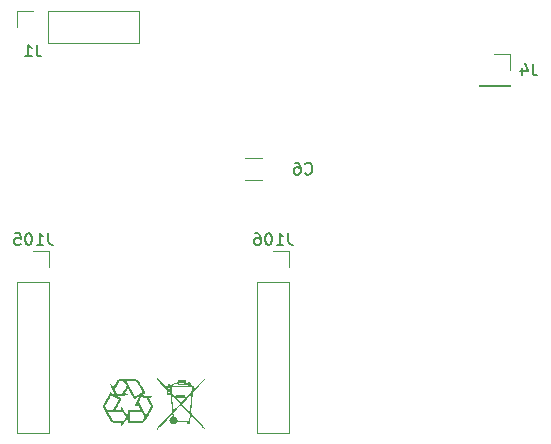
<source format=gbr>
%TF.GenerationSoftware,KiCad,Pcbnew,7.0.9*%
%TF.CreationDate,2024-04-08T13:50:44+02:00*%
%TF.ProjectId,Test_1,54657374-5f31-42e6-9b69-6361645f7063,rev?*%
%TF.SameCoordinates,Original*%
%TF.FileFunction,Legend,Bot*%
%TF.FilePolarity,Positive*%
%FSLAX46Y46*%
G04 Gerber Fmt 4.6, Leading zero omitted, Abs format (unit mm)*
G04 Created by KiCad (PCBNEW 7.0.9) date 2024-04-08 13:50:44*
%MOMM*%
%LPD*%
G01*
G04 APERTURE LIST*
%ADD10C,0.150000*%
%ADD11C,0.120000*%
G04 APERTURE END LIST*
D10*
X101766666Y-133559580D02*
X101814285Y-133607200D01*
X101814285Y-133607200D02*
X101957142Y-133654819D01*
X101957142Y-133654819D02*
X102052380Y-133654819D01*
X102052380Y-133654819D02*
X102195237Y-133607200D01*
X102195237Y-133607200D02*
X102290475Y-133511961D01*
X102290475Y-133511961D02*
X102338094Y-133416723D01*
X102338094Y-133416723D02*
X102385713Y-133226247D01*
X102385713Y-133226247D02*
X102385713Y-133083390D01*
X102385713Y-133083390D02*
X102338094Y-132892914D01*
X102338094Y-132892914D02*
X102290475Y-132797676D01*
X102290475Y-132797676D02*
X102195237Y-132702438D01*
X102195237Y-132702438D02*
X102052380Y-132654819D01*
X102052380Y-132654819D02*
X101957142Y-132654819D01*
X101957142Y-132654819D02*
X101814285Y-132702438D01*
X101814285Y-132702438D02*
X101766666Y-132750057D01*
X100909523Y-132654819D02*
X101099999Y-132654819D01*
X101099999Y-132654819D02*
X101195237Y-132702438D01*
X101195237Y-132702438D02*
X101242856Y-132750057D01*
X101242856Y-132750057D02*
X101338094Y-132892914D01*
X101338094Y-132892914D02*
X101385713Y-133083390D01*
X101385713Y-133083390D02*
X101385713Y-133464342D01*
X101385713Y-133464342D02*
X101338094Y-133559580D01*
X101338094Y-133559580D02*
X101290475Y-133607200D01*
X101290475Y-133607200D02*
X101195237Y-133654819D01*
X101195237Y-133654819D02*
X101004761Y-133654819D01*
X101004761Y-133654819D02*
X100909523Y-133607200D01*
X100909523Y-133607200D02*
X100861904Y-133559580D01*
X100861904Y-133559580D02*
X100814285Y-133464342D01*
X100814285Y-133464342D02*
X100814285Y-133226247D01*
X100814285Y-133226247D02*
X100861904Y-133131009D01*
X100861904Y-133131009D02*
X100909523Y-133083390D01*
X100909523Y-133083390D02*
X101004761Y-133035771D01*
X101004761Y-133035771D02*
X101195237Y-133035771D01*
X101195237Y-133035771D02*
X101290475Y-133083390D01*
X101290475Y-133083390D02*
X101338094Y-133131009D01*
X101338094Y-133131009D02*
X101385713Y-133226247D01*
X79033333Y-122654819D02*
X79033333Y-123369104D01*
X79033333Y-123369104D02*
X79080952Y-123511961D01*
X79080952Y-123511961D02*
X79176190Y-123607200D01*
X79176190Y-123607200D02*
X79319047Y-123654819D01*
X79319047Y-123654819D02*
X79414285Y-123654819D01*
X78033333Y-123654819D02*
X78604761Y-123654819D01*
X78319047Y-123654819D02*
X78319047Y-122654819D01*
X78319047Y-122654819D02*
X78414285Y-122797676D01*
X78414285Y-122797676D02*
X78509523Y-122892914D01*
X78509523Y-122892914D02*
X78604761Y-122940533D01*
X100345714Y-138602819D02*
X100345714Y-139317104D01*
X100345714Y-139317104D02*
X100393333Y-139459961D01*
X100393333Y-139459961D02*
X100488571Y-139555200D01*
X100488571Y-139555200D02*
X100631428Y-139602819D01*
X100631428Y-139602819D02*
X100726666Y-139602819D01*
X99345714Y-139602819D02*
X99917142Y-139602819D01*
X99631428Y-139602819D02*
X99631428Y-138602819D01*
X99631428Y-138602819D02*
X99726666Y-138745676D01*
X99726666Y-138745676D02*
X99821904Y-138840914D01*
X99821904Y-138840914D02*
X99917142Y-138888533D01*
X98726666Y-138602819D02*
X98631428Y-138602819D01*
X98631428Y-138602819D02*
X98536190Y-138650438D01*
X98536190Y-138650438D02*
X98488571Y-138698057D01*
X98488571Y-138698057D02*
X98440952Y-138793295D01*
X98440952Y-138793295D02*
X98393333Y-138983771D01*
X98393333Y-138983771D02*
X98393333Y-139221866D01*
X98393333Y-139221866D02*
X98440952Y-139412342D01*
X98440952Y-139412342D02*
X98488571Y-139507580D01*
X98488571Y-139507580D02*
X98536190Y-139555200D01*
X98536190Y-139555200D02*
X98631428Y-139602819D01*
X98631428Y-139602819D02*
X98726666Y-139602819D01*
X98726666Y-139602819D02*
X98821904Y-139555200D01*
X98821904Y-139555200D02*
X98869523Y-139507580D01*
X98869523Y-139507580D02*
X98917142Y-139412342D01*
X98917142Y-139412342D02*
X98964761Y-139221866D01*
X98964761Y-139221866D02*
X98964761Y-138983771D01*
X98964761Y-138983771D02*
X98917142Y-138793295D01*
X98917142Y-138793295D02*
X98869523Y-138698057D01*
X98869523Y-138698057D02*
X98821904Y-138650438D01*
X98821904Y-138650438D02*
X98726666Y-138602819D01*
X97536190Y-138602819D02*
X97726666Y-138602819D01*
X97726666Y-138602819D02*
X97821904Y-138650438D01*
X97821904Y-138650438D02*
X97869523Y-138698057D01*
X97869523Y-138698057D02*
X97964761Y-138840914D01*
X97964761Y-138840914D02*
X98012380Y-139031390D01*
X98012380Y-139031390D02*
X98012380Y-139412342D01*
X98012380Y-139412342D02*
X97964761Y-139507580D01*
X97964761Y-139507580D02*
X97917142Y-139555200D01*
X97917142Y-139555200D02*
X97821904Y-139602819D01*
X97821904Y-139602819D02*
X97631428Y-139602819D01*
X97631428Y-139602819D02*
X97536190Y-139555200D01*
X97536190Y-139555200D02*
X97488571Y-139507580D01*
X97488571Y-139507580D02*
X97440952Y-139412342D01*
X97440952Y-139412342D02*
X97440952Y-139174247D01*
X97440952Y-139174247D02*
X97488571Y-139079009D01*
X97488571Y-139079009D02*
X97536190Y-139031390D01*
X97536190Y-139031390D02*
X97631428Y-138983771D01*
X97631428Y-138983771D02*
X97821904Y-138983771D01*
X97821904Y-138983771D02*
X97917142Y-139031390D01*
X97917142Y-139031390D02*
X97964761Y-139079009D01*
X97964761Y-139079009D02*
X98012380Y-139174247D01*
X121033333Y-124254819D02*
X121033333Y-124969104D01*
X121033333Y-124969104D02*
X121080952Y-125111961D01*
X121080952Y-125111961D02*
X121176190Y-125207200D01*
X121176190Y-125207200D02*
X121319047Y-125254819D01*
X121319047Y-125254819D02*
X121414285Y-125254819D01*
X120128571Y-124588152D02*
X120128571Y-125254819D01*
X120366666Y-124207200D02*
X120604761Y-124921485D01*
X120604761Y-124921485D02*
X119985714Y-124921485D01*
X80025714Y-138602819D02*
X80025714Y-139317104D01*
X80025714Y-139317104D02*
X80073333Y-139459961D01*
X80073333Y-139459961D02*
X80168571Y-139555200D01*
X80168571Y-139555200D02*
X80311428Y-139602819D01*
X80311428Y-139602819D02*
X80406666Y-139602819D01*
X79025714Y-139602819D02*
X79597142Y-139602819D01*
X79311428Y-139602819D02*
X79311428Y-138602819D01*
X79311428Y-138602819D02*
X79406666Y-138745676D01*
X79406666Y-138745676D02*
X79501904Y-138840914D01*
X79501904Y-138840914D02*
X79597142Y-138888533D01*
X78406666Y-138602819D02*
X78311428Y-138602819D01*
X78311428Y-138602819D02*
X78216190Y-138650438D01*
X78216190Y-138650438D02*
X78168571Y-138698057D01*
X78168571Y-138698057D02*
X78120952Y-138793295D01*
X78120952Y-138793295D02*
X78073333Y-138983771D01*
X78073333Y-138983771D02*
X78073333Y-139221866D01*
X78073333Y-139221866D02*
X78120952Y-139412342D01*
X78120952Y-139412342D02*
X78168571Y-139507580D01*
X78168571Y-139507580D02*
X78216190Y-139555200D01*
X78216190Y-139555200D02*
X78311428Y-139602819D01*
X78311428Y-139602819D02*
X78406666Y-139602819D01*
X78406666Y-139602819D02*
X78501904Y-139555200D01*
X78501904Y-139555200D02*
X78549523Y-139507580D01*
X78549523Y-139507580D02*
X78597142Y-139412342D01*
X78597142Y-139412342D02*
X78644761Y-139221866D01*
X78644761Y-139221866D02*
X78644761Y-138983771D01*
X78644761Y-138983771D02*
X78597142Y-138793295D01*
X78597142Y-138793295D02*
X78549523Y-138698057D01*
X78549523Y-138698057D02*
X78501904Y-138650438D01*
X78501904Y-138650438D02*
X78406666Y-138602819D01*
X77168571Y-138602819D02*
X77644761Y-138602819D01*
X77644761Y-138602819D02*
X77692380Y-139079009D01*
X77692380Y-139079009D02*
X77644761Y-139031390D01*
X77644761Y-139031390D02*
X77549523Y-138983771D01*
X77549523Y-138983771D02*
X77311428Y-138983771D01*
X77311428Y-138983771D02*
X77216190Y-139031390D01*
X77216190Y-139031390D02*
X77168571Y-139079009D01*
X77168571Y-139079009D02*
X77120952Y-139174247D01*
X77120952Y-139174247D02*
X77120952Y-139412342D01*
X77120952Y-139412342D02*
X77168571Y-139507580D01*
X77168571Y-139507580D02*
X77216190Y-139555200D01*
X77216190Y-139555200D02*
X77311428Y-139602819D01*
X77311428Y-139602819D02*
X77549523Y-139602819D01*
X77549523Y-139602819D02*
X77644761Y-139555200D01*
X77644761Y-139555200D02*
X77692380Y-139507580D01*
D11*
%TO.C,C6*%
X96688748Y-132290000D02*
X98111252Y-132290000D01*
X96688748Y-134110000D02*
X98111252Y-134110000D01*
%TO.C,J1*%
X87690000Y-119828000D02*
X87690000Y-122488000D01*
X80010000Y-119828000D02*
X87690000Y-119828000D01*
X80010000Y-119828000D02*
X80010000Y-122488000D01*
X78740000Y-119828000D02*
X77410000Y-119828000D01*
X77410000Y-119828000D02*
X77410000Y-121158000D01*
X80010000Y-122488000D02*
X87690000Y-122488000D01*
%TO.C,G\u002A\u002A\u002A*%
G36*
X88251437Y-152086223D02*
G01*
X88263454Y-152107464D01*
X88267982Y-152115758D01*
X88264457Y-152119998D01*
X88248706Y-152131614D01*
X88222075Y-152149102D01*
X88186431Y-152171280D01*
X88143644Y-152196963D01*
X88095580Y-152224969D01*
X88057059Y-152247209D01*
X88013039Y-152272917D01*
X87975730Y-152295038D01*
X87946998Y-152312452D01*
X87928709Y-152324039D01*
X87922728Y-152328681D01*
X87925498Y-152329277D01*
X87942263Y-152331753D01*
X87972910Y-152335876D01*
X88015958Y-152341458D01*
X88069921Y-152348312D01*
X88133319Y-152356250D01*
X88204666Y-152365084D01*
X88282480Y-152374626D01*
X88365278Y-152384689D01*
X88408562Y-152389942D01*
X88490116Y-152399926D01*
X88566511Y-152409388D01*
X88636170Y-152418127D01*
X88697517Y-152425941D01*
X88748975Y-152432629D01*
X88788968Y-152437989D01*
X88815921Y-152441820D01*
X88828257Y-152443919D01*
X88829996Y-152444393D01*
X88836017Y-152447111D01*
X88836712Y-152451263D01*
X88830595Y-152457931D01*
X88816180Y-152468202D01*
X88791980Y-152483160D01*
X88756508Y-152503890D01*
X88708279Y-152531477D01*
X88698723Y-152536931D01*
X88656253Y-152561483D01*
X88619496Y-152583234D01*
X88590580Y-152600892D01*
X88571633Y-152613160D01*
X88564782Y-152618746D01*
X88565244Y-152620082D01*
X88571796Y-152632712D01*
X88585306Y-152656975D01*
X88604755Y-152691094D01*
X88629127Y-152733294D01*
X88657403Y-152781798D01*
X88688566Y-152834830D01*
X88705296Y-152863216D01*
X88743589Y-152928590D01*
X88774595Y-152982629D01*
X88799114Y-153027249D01*
X88817944Y-153064366D01*
X88831885Y-153095895D01*
X88841737Y-153123755D01*
X88848297Y-153149859D01*
X88852367Y-153176125D01*
X88854744Y-153204469D01*
X88856227Y-153236806D01*
X88856369Y-153250452D01*
X88856774Y-153289527D01*
X88853371Y-153337957D01*
X88844906Y-153383176D01*
X88830343Y-153428365D01*
X88808652Y-153476708D01*
X88778798Y-153531388D01*
X88739748Y-153595586D01*
X88734867Y-153603737D01*
X88721905Y-153626053D01*
X88702504Y-153659827D01*
X88677569Y-153703472D01*
X88648005Y-153755400D01*
X88614716Y-153814024D01*
X88578608Y-153877754D01*
X88540586Y-153945005D01*
X88524585Y-153973333D01*
X88470006Y-154069838D01*
X88422502Y-154153528D01*
X88381363Y-154225514D01*
X88346993Y-154284976D01*
X88345877Y-154286906D01*
X88315336Y-154338814D01*
X88289028Y-154382350D01*
X88266245Y-154418624D01*
X88246275Y-154448747D01*
X88228410Y-154473828D01*
X88211938Y-154494979D01*
X88196149Y-154513311D01*
X88180334Y-154529933D01*
X88163783Y-154545957D01*
X88145785Y-154562493D01*
X88122869Y-154581547D01*
X88074438Y-154614659D01*
X88021181Y-154643965D01*
X87968361Y-154666708D01*
X87921238Y-154680131D01*
X87906006Y-154681601D01*
X87874856Y-154683046D01*
X87829358Y-154684341D01*
X87770527Y-154685475D01*
X87699377Y-154686432D01*
X87616920Y-154687200D01*
X87524173Y-154687766D01*
X87422147Y-154688115D01*
X87311858Y-154688234D01*
X86746399Y-154688234D01*
X86744223Y-154481796D01*
X86742046Y-154275358D01*
X86460730Y-154648869D01*
X86419663Y-154703310D01*
X86370182Y-154768667D01*
X86324262Y-154829058D01*
X86282793Y-154883330D01*
X86246663Y-154930326D01*
X86216759Y-154968893D01*
X86193972Y-154997875D01*
X86179189Y-155016118D01*
X86173298Y-155022466D01*
X86172771Y-155021848D01*
X86170992Y-155010000D01*
X86169456Y-154984915D01*
X86168251Y-154948995D01*
X86167464Y-154904641D01*
X86167183Y-154854254D01*
X86167183Y-154685956D01*
X85916444Y-154691791D01*
X85872794Y-154692750D01*
X85797053Y-154693955D01*
X85734389Y-154694013D01*
X85682663Y-154692677D01*
X85639736Y-154689699D01*
X85603470Y-154684831D01*
X85571727Y-154677827D01*
X85542366Y-154668437D01*
X85513251Y-154656416D01*
X85482241Y-154641514D01*
X85449089Y-154623262D01*
X85405592Y-154592905D01*
X85365587Y-154555886D01*
X85327030Y-154509965D01*
X85287880Y-154452902D01*
X85246094Y-154382456D01*
X85233279Y-154359829D01*
X85207729Y-154315254D01*
X85176442Y-154261133D01*
X85140991Y-154200170D01*
X85102953Y-154135072D01*
X85063901Y-154068544D01*
X85025410Y-154003290D01*
X84994301Y-153950673D01*
X84941117Y-153860535D01*
X84895332Y-153782563D01*
X84879043Y-153754591D01*
X85085539Y-153754591D01*
X85087492Y-153758321D01*
X85096575Y-153774192D01*
X85112048Y-153800778D01*
X85132799Y-153836178D01*
X85157718Y-153878495D01*
X85185694Y-153925827D01*
X85190015Y-153933129D01*
X85226240Y-153994611D01*
X85265983Y-154062449D01*
X85306276Y-154131553D01*
X85344148Y-154196832D01*
X85376633Y-154253197D01*
X85395583Y-154285995D01*
X85427814Y-154339968D01*
X85455219Y-154382414D01*
X85479492Y-154415324D01*
X85502325Y-154440689D01*
X85525411Y-154460502D01*
X85550441Y-154476753D01*
X85579110Y-154491434D01*
X85624936Y-154512921D01*
X85981406Y-154515206D01*
X86337876Y-154517490D01*
X86480267Y-154327802D01*
X86483742Y-154323168D01*
X86521540Y-154272162D01*
X86554399Y-154226711D01*
X86581312Y-154188282D01*
X86601270Y-154158345D01*
X86613263Y-154138368D01*
X86616283Y-154129819D01*
X86917359Y-154129819D01*
X86917359Y-154137833D01*
X86917359Y-154516998D01*
X87380104Y-154516315D01*
X87442413Y-154516204D01*
X87539030Y-154515910D01*
X87621437Y-154515418D01*
X87690970Y-154514652D01*
X87748962Y-154513532D01*
X87796747Y-154511982D01*
X87835660Y-154509922D01*
X87867033Y-154507274D01*
X87892203Y-154503961D01*
X87912502Y-154499904D01*
X87929264Y-154495025D01*
X87943825Y-154489246D01*
X87957517Y-154482489D01*
X87966321Y-154477408D01*
X88000158Y-154452520D01*
X88037358Y-154418589D01*
X88074002Y-154379406D01*
X88106173Y-154338757D01*
X88144550Y-154284976D01*
X88144550Y-154215482D01*
X88143934Y-154185496D01*
X88141238Y-154155324D01*
X88135527Y-154126141D01*
X88125873Y-154095470D01*
X88111344Y-154060837D01*
X88091012Y-154019768D01*
X88063947Y-153969787D01*
X88029220Y-153908419D01*
X87943480Y-153758668D01*
X87430420Y-153758668D01*
X86917359Y-153758668D01*
X86917359Y-154129819D01*
X86616283Y-154129819D01*
X86616080Y-154129554D01*
X86608846Y-154119952D01*
X86593280Y-154099219D01*
X86570702Y-154069117D01*
X86542432Y-154031405D01*
X86509791Y-153987845D01*
X86474098Y-153940196D01*
X86338288Y-153758868D01*
X85712527Y-153756729D01*
X85694696Y-153756668D01*
X85596002Y-153756331D01*
X85502372Y-153756011D01*
X85415054Y-153755713D01*
X85335299Y-153755441D01*
X85264355Y-153755199D01*
X85203472Y-153754991D01*
X85153899Y-153754822D01*
X85116887Y-153754696D01*
X85093683Y-153754618D01*
X85085539Y-153754591D01*
X84879043Y-153754591D01*
X84856312Y-153715557D01*
X84823422Y-153658315D01*
X84796029Y-153609636D01*
X84773497Y-153568318D01*
X84755194Y-153533161D01*
X84740485Y-153502963D01*
X84728736Y-153476523D01*
X84719312Y-153452639D01*
X84711580Y-153430110D01*
X84704905Y-153407735D01*
X84698653Y-153384314D01*
X84697917Y-153381382D01*
X84689584Y-153335613D01*
X84684633Y-153283309D01*
X84683628Y-153245285D01*
X84854640Y-153245285D01*
X84854879Y-153255976D01*
X84861163Y-153303350D01*
X84874568Y-153356373D01*
X84893235Y-153409557D01*
X84915309Y-153457413D01*
X84938932Y-153494452D01*
X84949003Y-153505076D01*
X84979989Y-153527847D01*
X85020350Y-153549202D01*
X85065459Y-153566873D01*
X85110687Y-153578594D01*
X85111189Y-153578684D01*
X85135078Y-153581428D01*
X85171670Y-153583783D01*
X85217467Y-153585610D01*
X85268973Y-153586767D01*
X85322693Y-153587115D01*
X85486316Y-153586798D01*
X85489469Y-153581316D01*
X85694596Y-153581316D01*
X85695110Y-153581729D01*
X85706714Y-153583253D01*
X85732081Y-153584618D01*
X85769188Y-153585770D01*
X85816011Y-153586658D01*
X85870528Y-153587230D01*
X85930714Y-153587432D01*
X86167183Y-153587432D01*
X86167183Y-153419593D01*
X86167184Y-153416504D01*
X86167569Y-153362151D01*
X86168594Y-153316994D01*
X86170178Y-153282811D01*
X86172241Y-153261378D01*
X86174700Y-153254473D01*
X86178817Y-153258875D01*
X86192094Y-153275221D01*
X86213558Y-153302523D01*
X86242314Y-153339618D01*
X86277468Y-153385342D01*
X86318124Y-153438531D01*
X86363390Y-153498020D01*
X86412370Y-153562646D01*
X86464171Y-153631244D01*
X86746123Y-154005296D01*
X86746123Y-153796364D01*
X86746123Y-153587432D01*
X87292448Y-153587432D01*
X87340335Y-153587414D01*
X87430719Y-153587284D01*
X87515465Y-153587037D01*
X87593238Y-153586682D01*
X87662705Y-153586231D01*
X87722533Y-153585695D01*
X87771387Y-153585085D01*
X87807934Y-153584413D01*
X87830840Y-153583688D01*
X87838772Y-153582922D01*
X87835692Y-153576819D01*
X87825642Y-153558502D01*
X87809811Y-153530151D01*
X87789434Y-153493938D01*
X87765747Y-153452036D01*
X87739986Y-153406617D01*
X87713388Y-153359854D01*
X87687187Y-153313919D01*
X87662620Y-153270984D01*
X87640922Y-153233222D01*
X87623330Y-153202806D01*
X87611079Y-153181908D01*
X87605405Y-153172700D01*
X87604832Y-153172714D01*
X87594382Y-153177537D01*
X87572508Y-153189161D01*
X87541337Y-153206414D01*
X87502994Y-153228122D01*
X87459607Y-153253114D01*
X87448891Y-153259320D01*
X87406417Y-153283619D01*
X87369413Y-153304319D01*
X87340023Y-153320251D01*
X87320395Y-153330246D01*
X87312674Y-153333137D01*
X87312784Y-153331992D01*
X87317458Y-153318615D01*
X87328610Y-153290305D01*
X87346233Y-153247084D01*
X87370318Y-153188972D01*
X87400855Y-153115991D01*
X87437836Y-153028162D01*
X87478256Y-152932587D01*
X87670380Y-152932587D01*
X87950929Y-153416976D01*
X87974880Y-153458365D01*
X88022270Y-153540483D01*
X88046673Y-153582922D01*
X88067556Y-153619240D01*
X88109975Y-153693295D01*
X88148765Y-153761306D01*
X88183164Y-153821931D01*
X88212409Y-153873829D01*
X88235738Y-153915657D01*
X88252388Y-153946073D01*
X88261597Y-153963737D01*
X88291716Y-154026110D01*
X88409416Y-153816964D01*
X88440581Y-153761768D01*
X88475729Y-153699893D01*
X88510336Y-153639318D01*
X88542549Y-153583278D01*
X88570514Y-153535006D01*
X88592377Y-153497737D01*
X88602815Y-153479923D01*
X88626182Y-153438570D01*
X88646775Y-153400185D01*
X88662672Y-153368409D01*
X88671951Y-153346886D01*
X88681270Y-153311260D01*
X88685818Y-153250452D01*
X88678052Y-153188357D01*
X88672712Y-153175268D01*
X88660006Y-153149807D01*
X88641059Y-153114056D01*
X88616953Y-153069898D01*
X88588771Y-153019212D01*
X88557595Y-152963881D01*
X88524505Y-152905784D01*
X88490586Y-152846804D01*
X88456917Y-152788821D01*
X88424582Y-152733717D01*
X88394663Y-152683372D01*
X88368240Y-152639668D01*
X88346397Y-152604485D01*
X88330215Y-152579705D01*
X88320777Y-152567209D01*
X88318548Y-152565473D01*
X88307086Y-152560704D01*
X88286546Y-152555621D01*
X88255496Y-152549982D01*
X88212504Y-152543546D01*
X88156139Y-152536069D01*
X88084969Y-152527310D01*
X88032800Y-152521242D01*
X87975082Y-152515049D01*
X87926757Y-152510474D01*
X87889515Y-152507660D01*
X87865048Y-152506749D01*
X87855051Y-152507886D01*
X87854826Y-152508154D01*
X87849274Y-152518683D01*
X87838375Y-152542049D01*
X87823019Y-152576250D01*
X87804094Y-152619289D01*
X87782487Y-152669164D01*
X87759088Y-152723878D01*
X87670380Y-152932587D01*
X87478256Y-152932587D01*
X87481251Y-152925506D01*
X87531093Y-152808043D01*
X87587352Y-152675795D01*
X87650019Y-152528784D01*
X87675520Y-152469012D01*
X87623151Y-152498299D01*
X87608015Y-152506838D01*
X87575765Y-152525241D01*
X87535542Y-152548360D01*
X87491022Y-152574078D01*
X87445885Y-152600280D01*
X87437023Y-152605426D01*
X87391131Y-152631547D01*
X87357203Y-152649691D01*
X87333728Y-152660569D01*
X87319194Y-152664895D01*
X87312092Y-152663381D01*
X87311651Y-152662812D01*
X87304677Y-152651707D01*
X87290440Y-152627914D01*
X87269657Y-152592664D01*
X87243045Y-152547185D01*
X87211320Y-152492707D01*
X87175197Y-152430459D01*
X87135393Y-152361670D01*
X87092624Y-152287571D01*
X87047607Y-152209390D01*
X87040202Y-152196516D01*
X86995286Y-152118440D01*
X86952623Y-152044311D01*
X86912948Y-151975402D01*
X86876994Y-151912988D01*
X86845497Y-151858342D01*
X86819189Y-151812739D01*
X86798807Y-151777452D01*
X86785083Y-151753756D01*
X86778753Y-151742925D01*
X86765489Y-151720858D01*
X86666023Y-151893775D01*
X86648055Y-151924991D01*
X86619943Y-151973737D01*
X86594269Y-152018153D01*
X86572453Y-152055784D01*
X86555915Y-152084177D01*
X86546077Y-152100881D01*
X86525595Y-152135069D01*
X86584896Y-152169339D01*
X86638993Y-152200612D01*
X86690959Y-152230738D01*
X86731259Y-152254305D01*
X86761224Y-152272178D01*
X86782181Y-152285223D01*
X86795463Y-152294304D01*
X86802398Y-152300287D01*
X86804315Y-152304039D01*
X86802546Y-152306423D01*
X86798419Y-152308306D01*
X86793596Y-152309385D01*
X86773583Y-152312574D01*
X86739836Y-152317365D01*
X86693881Y-152323560D01*
X86637241Y-152330960D01*
X86571442Y-152339366D01*
X86498009Y-152348581D01*
X86418468Y-152358407D01*
X86334342Y-152368645D01*
X86279944Y-152375224D01*
X86199431Y-152384996D01*
X86124875Y-152394083D01*
X86057738Y-152402307D01*
X85999481Y-152409486D01*
X85951567Y-152415440D01*
X85915458Y-152419989D01*
X85892617Y-152422952D01*
X85884505Y-152424149D01*
X85888329Y-152426808D01*
X85904392Y-152436598D01*
X85931251Y-152452528D01*
X85967017Y-152473488D01*
X86009805Y-152498368D01*
X86057728Y-152526059D01*
X86094709Y-152547449D01*
X86139422Y-152573559D01*
X86177779Y-152596240D01*
X86207831Y-152614327D01*
X86227625Y-152626655D01*
X86235210Y-152632059D01*
X86234569Y-152634003D01*
X86227494Y-152647955D01*
X86213189Y-152674279D01*
X86201647Y-152695033D01*
X86192321Y-152711802D01*
X86165554Y-152759350D01*
X86133553Y-152815747D01*
X86096985Y-152879819D01*
X86056515Y-152950392D01*
X86012807Y-153026290D01*
X85966528Y-153106340D01*
X85944907Y-153143683D01*
X85899621Y-153222020D01*
X85857129Y-153295677D01*
X85818107Y-153363477D01*
X85783228Y-153424242D01*
X85753168Y-153476794D01*
X85728600Y-153519956D01*
X85710200Y-153552549D01*
X85698640Y-153573395D01*
X85694596Y-153581316D01*
X85489469Y-153581316D01*
X85742032Y-153142258D01*
X85751732Y-153125390D01*
X85795974Y-153048307D01*
X85837492Y-152975738D01*
X85875607Y-152908884D01*
X85909640Y-152848946D01*
X85938911Y-152797125D01*
X85962743Y-152754622D01*
X85980455Y-152722638D01*
X85991370Y-152702375D01*
X85994808Y-152695033D01*
X85993004Y-152693760D01*
X85979432Y-152685444D01*
X85954302Y-152670594D01*
X85919328Y-152650189D01*
X85876220Y-152625207D01*
X85826692Y-152596629D01*
X85772455Y-152565434D01*
X85715220Y-152532600D01*
X85656701Y-152499107D01*
X85598609Y-152465934D01*
X85542656Y-152434060D01*
X85490554Y-152404465D01*
X85444016Y-152378127D01*
X85404753Y-152356027D01*
X85374478Y-152339142D01*
X85354901Y-152328453D01*
X85347737Y-152324939D01*
X85347321Y-152325418D01*
X85339878Y-152336734D01*
X85325473Y-152360520D01*
X85304988Y-152395220D01*
X85279307Y-152439279D01*
X85249315Y-152491141D01*
X85215894Y-152549249D01*
X85179930Y-152612049D01*
X85142305Y-152677984D01*
X85103903Y-152745498D01*
X85065608Y-152813037D01*
X85028303Y-152879043D01*
X84992873Y-152941961D01*
X84960201Y-153000235D01*
X84931171Y-153052310D01*
X84906667Y-153096629D01*
X84887572Y-153131637D01*
X84874770Y-153155778D01*
X84869145Y-153167496D01*
X84865180Y-153180280D01*
X84857722Y-153214525D01*
X84854640Y-153245285D01*
X84683628Y-153245285D01*
X84683226Y-153230055D01*
X84685523Y-153181435D01*
X84691686Y-153143034D01*
X84693644Y-153135710D01*
X84697646Y-153122346D01*
X84702700Y-153108071D01*
X84709399Y-153091786D01*
X84718337Y-153072389D01*
X84730107Y-153048782D01*
X84745304Y-153019864D01*
X84764520Y-152984535D01*
X84788349Y-152941694D01*
X84817385Y-152890243D01*
X84852222Y-152829080D01*
X84893452Y-152757106D01*
X84941670Y-152673221D01*
X84997469Y-152576324D01*
X85017795Y-152541043D01*
X85063230Y-152462161D01*
X85106083Y-152387740D01*
X85145657Y-152318990D01*
X85181258Y-152257119D01*
X85212191Y-152203334D01*
X85237760Y-152158845D01*
X85257271Y-152124860D01*
X85270028Y-152102587D01*
X85275336Y-152093235D01*
X85277178Y-152090792D01*
X85282492Y-152088813D01*
X85291885Y-152090431D01*
X85307017Y-152096432D01*
X85329545Y-152107605D01*
X85361126Y-152124735D01*
X85403417Y-152148611D01*
X85458078Y-152180019D01*
X85496031Y-152201832D01*
X85540564Y-152227170D01*
X85578725Y-152248593D01*
X85608584Y-152265027D01*
X85628209Y-152275401D01*
X85635671Y-152278643D01*
X85634295Y-152274227D01*
X85627272Y-152256184D01*
X85614830Y-152225485D01*
X85597528Y-152183472D01*
X85575924Y-152131489D01*
X85550577Y-152070878D01*
X85522046Y-152002985D01*
X85490890Y-151929150D01*
X85457667Y-151850719D01*
X85445590Y-151822203D01*
X85637495Y-151822203D01*
X85728502Y-152036182D01*
X85819510Y-152250160D01*
X85852688Y-152249112D01*
X85862774Y-152248441D01*
X85889477Y-152245888D01*
X85927858Y-152241742D01*
X85975233Y-152236307D01*
X86028923Y-152229884D01*
X86086246Y-152222775D01*
X86286625Y-152197488D01*
X86451390Y-151911930D01*
X86461381Y-151894614D01*
X86497948Y-151831252D01*
X86532563Y-151771286D01*
X86564195Y-151716503D01*
X86591809Y-151668693D01*
X86614374Y-151629644D01*
X86630856Y-151601144D01*
X86640222Y-151584982D01*
X86664290Y-151543592D01*
X86586967Y-151409669D01*
X86582362Y-151401724D01*
X86541104Y-151333934D01*
X86503348Y-151279152D01*
X86467193Y-151235291D01*
X86430741Y-151200261D01*
X86392092Y-151171973D01*
X86349347Y-151148338D01*
X86324588Y-151136825D01*
X86301850Y-151128417D01*
X86279140Y-151123709D01*
X86251014Y-151121620D01*
X86212030Y-151121070D01*
X86183121Y-151121190D01*
X86152040Y-151122566D01*
X86128554Y-151126175D01*
X86107537Y-151132922D01*
X86083868Y-151143713D01*
X86063401Y-151154325D01*
X86044212Y-151166079D01*
X86026132Y-151179929D01*
X86008169Y-151197233D01*
X85989333Y-151219348D01*
X85968631Y-151247631D01*
X85945074Y-151283441D01*
X85917668Y-151328136D01*
X85885423Y-151383072D01*
X85847348Y-151449607D01*
X85802451Y-151529099D01*
X85637495Y-151822203D01*
X85445590Y-151822203D01*
X85432771Y-151791937D01*
X85401072Y-151716736D01*
X85371888Y-151647096D01*
X85345774Y-151584367D01*
X85323287Y-151529895D01*
X85304983Y-151485029D01*
X85291416Y-151451117D01*
X85283143Y-151429507D01*
X85280719Y-151421547D01*
X85281179Y-151421474D01*
X85291380Y-151425686D01*
X85313046Y-151436792D01*
X85344004Y-151453617D01*
X85382081Y-151474984D01*
X85425104Y-151499717D01*
X85433331Y-151504496D01*
X85475527Y-151528940D01*
X85512251Y-151550097D01*
X85541349Y-151566735D01*
X85560667Y-151577622D01*
X85568053Y-151581525D01*
X85569780Y-151579035D01*
X85578484Y-151564491D01*
X85593638Y-151538407D01*
X85614279Y-151502459D01*
X85639447Y-151458324D01*
X85668181Y-151407676D01*
X85699521Y-151352192D01*
X85735147Y-151289165D01*
X85764861Y-151237199D01*
X85789077Y-151195876D01*
X85809005Y-151163364D01*
X85825854Y-151137830D01*
X85839990Y-151118593D01*
X86609156Y-151118593D01*
X86638974Y-151157990D01*
X86644779Y-151166641D01*
X86659053Y-151189628D01*
X86680296Y-151224818D01*
X86707861Y-151271107D01*
X86741100Y-151327391D01*
X86779365Y-151392567D01*
X86822010Y-151465532D01*
X86867460Y-151543592D01*
X86868386Y-151545182D01*
X86917846Y-151630414D01*
X86969743Y-151720123D01*
X87023429Y-151813207D01*
X87068247Y-151890975D01*
X87119356Y-151979517D01*
X87167664Y-152063053D01*
X87212579Y-152140566D01*
X87253510Y-152211042D01*
X87289866Y-152273467D01*
X87321055Y-152326824D01*
X87346486Y-152370100D01*
X87365568Y-152402280D01*
X87377710Y-152422347D01*
X87382320Y-152429289D01*
X87383624Y-152428850D01*
X87396207Y-152422397D01*
X87420496Y-152409021D01*
X87454768Y-152389724D01*
X87497299Y-152365507D01*
X87546365Y-152337373D01*
X87600243Y-152306323D01*
X87657209Y-152273361D01*
X87715539Y-152239489D01*
X87773509Y-152205707D01*
X87829396Y-152173020D01*
X87881475Y-152142428D01*
X87928024Y-152114933D01*
X87967319Y-152091539D01*
X87997635Y-152073247D01*
X88017249Y-152061059D01*
X88024437Y-152055977D01*
X88024418Y-152055362D01*
X88019592Y-152044171D01*
X88007454Y-152020774D01*
X87988885Y-151986687D01*
X87964770Y-151943424D01*
X87935989Y-151892500D01*
X87903425Y-151835430D01*
X87867962Y-151773728D01*
X87830480Y-151708909D01*
X87791864Y-151642488D01*
X87752995Y-151575980D01*
X87714756Y-151510898D01*
X87678029Y-151448758D01*
X87643698Y-151391075D01*
X87612643Y-151339362D01*
X87585748Y-151295136D01*
X87563896Y-151259910D01*
X87547968Y-151235199D01*
X87538848Y-151222519D01*
X87504874Y-151189915D01*
X87456150Y-151158551D01*
X87397479Y-151135432D01*
X87327169Y-151119919D01*
X87243523Y-151111376D01*
X87230584Y-151110799D01*
X87194004Y-151109995D01*
X87145255Y-151109638D01*
X87087084Y-151109718D01*
X87022240Y-151110228D01*
X86953473Y-151111158D01*
X86883530Y-151112501D01*
X86609156Y-151118593D01*
X85839990Y-151118593D01*
X85840836Y-151117442D01*
X85855159Y-151100369D01*
X85870034Y-151084778D01*
X85886672Y-151068837D01*
X85892400Y-151063590D01*
X85927824Y-151034281D01*
X85965116Y-151007679D01*
X85997835Y-150988443D01*
X86004203Y-150985291D01*
X86022648Y-150976319D01*
X86039975Y-150968550D01*
X86057428Y-150961896D01*
X86076253Y-150956270D01*
X86097693Y-150951587D01*
X86122994Y-150947760D01*
X86153400Y-150944701D01*
X86190157Y-150942325D01*
X86234508Y-150940546D01*
X86287699Y-150939275D01*
X86350974Y-150938427D01*
X86425579Y-150937916D01*
X86512757Y-150937654D01*
X86613755Y-150937556D01*
X86729815Y-150937534D01*
X86821525Y-150937600D01*
X86930313Y-150937901D01*
X87028916Y-150938433D01*
X87116460Y-150939185D01*
X87192071Y-150940145D01*
X87254873Y-150941301D01*
X87303992Y-150942643D01*
X87338552Y-150944158D01*
X87357680Y-150945835D01*
X87373675Y-150948542D01*
X87463420Y-150971205D01*
X87543809Y-151004713D01*
X87613344Y-151048324D01*
X87670528Y-151101292D01*
X87676149Y-151108414D01*
X87692549Y-151132288D01*
X87716237Y-151169286D01*
X87746776Y-151218686D01*
X87783732Y-151279764D01*
X87826667Y-151351795D01*
X87875145Y-151434056D01*
X87928731Y-151525823D01*
X87986987Y-151626372D01*
X88014126Y-151673392D01*
X88059733Y-151752469D01*
X88102559Y-151826798D01*
X88141932Y-151895207D01*
X88177179Y-151956526D01*
X88207627Y-152009582D01*
X88232604Y-152053205D01*
X88234185Y-152055977D01*
X88251437Y-152086223D01*
G37*
%TO.C,J106*%
X100390000Y-155508000D02*
X97730000Y-155508000D01*
X100390000Y-142748000D02*
X100390000Y-155508000D01*
X100390000Y-142748000D02*
X97730000Y-142748000D01*
X100390000Y-141478000D02*
X100390000Y-140148000D01*
X100390000Y-140148000D02*
X99060000Y-140148000D01*
X97730000Y-142748000D02*
X97730000Y-155508000D01*
%TO.C,J4*%
X119120000Y-126120000D02*
X116460000Y-126120000D01*
X119120000Y-126060000D02*
X119120000Y-126120000D01*
X119120000Y-126060000D02*
X116460000Y-126060000D01*
X119120000Y-124790000D02*
X119120000Y-123460000D01*
X119120000Y-123460000D02*
X117790000Y-123460000D01*
X116460000Y-126060000D02*
X116460000Y-126120000D01*
%TO.C,J105*%
X80070000Y-155508000D02*
X77410000Y-155508000D01*
X80070000Y-142748000D02*
X80070000Y-155508000D01*
X80070000Y-142748000D02*
X77410000Y-142748000D01*
X80070000Y-141478000D02*
X80070000Y-140148000D01*
X80070000Y-140148000D02*
X78740000Y-140148000D01*
X77410000Y-142748000D02*
X77410000Y-155508000D01*
%TO.C,G\u002A\u002A\u002A*%
G36*
X91699897Y-151237803D02*
G01*
X91780524Y-151256635D01*
X91915051Y-151247058D01*
X91952228Y-151242203D01*
X92027820Y-151237949D01*
X92060198Y-151254024D01*
X92067059Y-151296141D01*
X92069665Y-151317173D01*
X92088982Y-151355371D01*
X92111317Y-151399536D01*
X92187440Y-151483498D01*
X92276837Y-151548761D01*
X92305644Y-151558048D01*
X92358308Y-151575026D01*
X92395651Y-151579795D01*
X92437224Y-151612255D01*
X92427181Y-151654854D01*
X92377886Y-151676898D01*
X92364185Y-151683025D01*
X92356300Y-151684319D01*
X92300592Y-151716433D01*
X92278231Y-151795748D01*
X92268680Y-151897620D01*
X92395110Y-151761791D01*
X92444456Y-151708814D01*
X92670384Y-151467580D01*
X92855118Y-151273050D01*
X93002069Y-151121951D01*
X93114650Y-151011007D01*
X93196274Y-150936942D01*
X93250352Y-150896482D01*
X93280296Y-150886350D01*
X93289519Y-150903272D01*
X93287497Y-150917181D01*
X93260278Y-150973042D01*
X93198464Y-151058532D01*
X93098473Y-151178018D01*
X92956718Y-151335866D01*
X92769615Y-151536443D01*
X92249710Y-152086961D01*
X92235361Y-152268683D01*
X92190153Y-152841221D01*
X92183082Y-152930217D01*
X92165069Y-153152104D01*
X92148221Y-153353186D01*
X92133549Y-153521736D01*
X92122067Y-153646027D01*
X92114787Y-153714331D01*
X92112994Y-153729466D01*
X92112639Y-153766830D01*
X92122711Y-153806205D01*
X92148427Y-153854314D01*
X92174964Y-153890532D01*
X92195004Y-153917883D01*
X92267658Y-154003635D01*
X92371605Y-154118293D01*
X92512063Y-154268582D01*
X92694248Y-154461226D01*
X92849939Y-154626666D01*
X93017030Y-154808418D01*
X93141218Y-154949766D01*
X93225818Y-155054664D01*
X93274146Y-155127064D01*
X93289519Y-155170921D01*
X93289101Y-155177279D01*
X93279085Y-155189330D01*
X93252936Y-155180045D01*
X93206949Y-155145818D01*
X93137419Y-155083045D01*
X93040641Y-154988121D01*
X92912912Y-154857442D01*
X92750526Y-154687402D01*
X92549779Y-154474398D01*
X92306967Y-154214823D01*
X92282876Y-154189364D01*
X92198621Y-154106277D01*
X92135037Y-154052697D01*
X92104365Y-154039236D01*
X92091459Y-154079284D01*
X92076155Y-154168104D01*
X92062088Y-154285803D01*
X92058988Y-154317211D01*
X92038833Y-154506147D01*
X92019985Y-154638599D01*
X91999201Y-154724437D01*
X91973238Y-154773531D01*
X91938853Y-154795749D01*
X91892802Y-154800962D01*
X91843333Y-154797977D01*
X91803963Y-154771365D01*
X91795401Y-154699090D01*
X91795401Y-154597219D01*
X91373548Y-154597219D01*
X90951695Y-154597219D01*
X90849824Y-154699090D01*
X90738868Y-154775271D01*
X90608391Y-154802812D01*
X90481269Y-154779308D01*
X90372231Y-154710744D01*
X90296008Y-154603106D01*
X90267327Y-154462378D01*
X90268366Y-154436743D01*
X90302847Y-154308220D01*
X90375533Y-154201178D01*
X90471956Y-154138515D01*
X90477120Y-154136562D01*
X90517276Y-154096039D01*
X90539663Y-154033905D01*
X90538881Y-153976968D01*
X90509528Y-153952032D01*
X90484140Y-153971164D01*
X90417419Y-154033607D01*
X90316473Y-154133103D01*
X90187815Y-154263133D01*
X90037955Y-154417181D01*
X89873406Y-154588729D01*
X89725807Y-154743158D01*
X89574310Y-154900586D01*
X89443560Y-155035307D01*
X89340047Y-155140673D01*
X89270262Y-155210035D01*
X89240697Y-155236746D01*
X89225076Y-155229636D01*
X89214653Y-155178981D01*
X89221843Y-155155180D01*
X89258158Y-155097743D01*
X89327445Y-155010053D01*
X89432291Y-154889231D01*
X89575286Y-154732395D01*
X89759019Y-154536666D01*
X89986080Y-154299162D01*
X90259057Y-154017004D01*
X90463904Y-153806187D01*
X90601236Y-153806187D01*
X90624901Y-153964002D01*
X90638832Y-154037615D01*
X90666561Y-154102932D01*
X90707996Y-154121818D01*
X90773865Y-154144211D01*
X90853675Y-154210275D01*
X90920057Y-154298662D01*
X90952958Y-154387615D01*
X90963450Y-154478369D01*
X91448046Y-154487794D01*
X91601710Y-154490003D01*
X91759855Y-154489107D01*
X91864464Y-154483155D01*
X91923781Y-154471586D01*
X91946055Y-154453837D01*
X91947215Y-154449426D01*
X91956540Y-154387390D01*
X91967726Y-154281003D01*
X91978602Y-154150493D01*
X91997736Y-153890532D01*
X91628600Y-153505306D01*
X91549959Y-153423940D01*
X91433068Y-153305857D01*
X91338210Y-153213613D01*
X91273558Y-153155078D01*
X91247285Y-153138122D01*
X91245016Y-153140934D01*
X91208569Y-153180296D01*
X91135840Y-153256488D01*
X91035988Y-153359963D01*
X90918171Y-153481176D01*
X90601236Y-153806187D01*
X90463904Y-153806187D01*
X90509384Y-153759382D01*
X90455885Y-153070827D01*
X90452259Y-153024623D01*
X90435168Y-152818564D01*
X90418707Y-152637640D01*
X90403945Y-152492500D01*
X90391949Y-152393796D01*
X90387735Y-152372303D01*
X90512178Y-152372303D01*
X90516330Y-152460943D01*
X90524648Y-152596263D01*
X90536472Y-152767535D01*
X90551140Y-152964033D01*
X90566267Y-153151867D01*
X90581587Y-153326205D01*
X90595223Y-153465650D01*
X90606100Y-153559253D01*
X90613144Y-153596067D01*
X90613191Y-153596110D01*
X90641458Y-153578803D01*
X90707248Y-153521763D01*
X90800799Y-153433866D01*
X90912349Y-153323988D01*
X91196295Y-153038560D01*
X91345751Y-153038560D01*
X91593894Y-153300042D01*
X91667224Y-153377371D01*
X91774613Y-153490820D01*
X91863290Y-153584738D01*
X91919221Y-153644275D01*
X91946982Y-153672517D01*
X91990174Y-153700561D01*
X92011651Y-153678232D01*
X92018816Y-153633876D01*
X92029731Y-153534952D01*
X92043118Y-153394546D01*
X92058025Y-153224783D01*
X92073500Y-153037787D01*
X92088593Y-152845682D01*
X92102353Y-152660595D01*
X92113828Y-152494650D01*
X92122067Y-152359971D01*
X92126119Y-152268683D01*
X92125034Y-152232911D01*
X92110580Y-152242456D01*
X92056334Y-152292999D01*
X91969494Y-152379707D01*
X91857950Y-152494659D01*
X91729591Y-152629935D01*
X91346650Y-153037603D01*
X91345751Y-153038560D01*
X91196295Y-153038560D01*
X91197247Y-153037603D01*
X90859626Y-152686732D01*
X90810126Y-152635449D01*
X90695478Y-152518001D01*
X90601983Y-152424099D01*
X90538209Y-152362281D01*
X90512725Y-152341084D01*
X90512178Y-152372303D01*
X90387735Y-152372303D01*
X90383789Y-152352178D01*
X90376904Y-152345907D01*
X90319087Y-152328908D01*
X90228349Y-152322085D01*
X90091508Y-152322085D01*
X90103014Y-152116150D01*
X90103246Y-152111989D01*
X90199412Y-152111989D01*
X90203372Y-152175354D01*
X90230597Y-152212548D01*
X90301284Y-152220213D01*
X90302346Y-152220213D01*
X90373580Y-152217056D01*
X90403155Y-152209588D01*
X90400158Y-152204161D01*
X90364427Y-152164160D01*
X90301284Y-152101363D01*
X90199412Y-152003764D01*
X90199412Y-152111989D01*
X90103246Y-152111989D01*
X90114519Y-151910214D01*
X89664586Y-151433833D01*
X89522996Y-151280802D01*
X89398298Y-151139764D01*
X89300807Y-151022615D01*
X89237325Y-150937537D01*
X89214653Y-150892709D01*
X89219154Y-150856619D01*
X89240121Y-150831070D01*
X89249550Y-150837572D01*
X89299682Y-150884314D01*
X89385705Y-150970140D01*
X89500676Y-151087975D01*
X89637655Y-151230742D01*
X89789701Y-151391365D01*
X89867111Y-151473340D01*
X90012668Y-151625658D01*
X90139853Y-151756374D01*
X90241699Y-151858451D01*
X90311239Y-151924857D01*
X90341506Y-151948556D01*
X90345126Y-151947537D01*
X90362238Y-151908283D01*
X90363606Y-151892839D01*
X90471070Y-151892839D01*
X90471074Y-151900866D01*
X90474628Y-152020600D01*
X90492171Y-152102756D01*
X90534493Y-152176082D01*
X90562483Y-152209588D01*
X90612385Y-152269323D01*
X90661978Y-152324335D01*
X90722996Y-152382570D01*
X90759973Y-152397513D01*
X90783858Y-152375975D01*
X90794616Y-152362040D01*
X90832181Y-152342174D01*
X90901999Y-152329953D01*
X91015936Y-152323787D01*
X91185859Y-152322085D01*
X91557701Y-152322085D01*
X91557701Y-152440935D01*
X91557701Y-152559786D01*
X91230461Y-152559786D01*
X90903220Y-152559786D01*
X91068507Y-152738061D01*
X91075336Y-152745414D01*
X91158721Y-152833295D01*
X91223359Y-152898101D01*
X91255752Y-152926267D01*
X91256291Y-152926372D01*
X91288052Y-152903203D01*
X91358197Y-152838346D01*
X91459157Y-152739221D01*
X91583367Y-152613247D01*
X91723261Y-152467844D01*
X91807797Y-152378920D01*
X91940797Y-152237776D01*
X92036317Y-152132542D01*
X92100562Y-152054452D01*
X92139736Y-151994738D01*
X92160043Y-151944635D01*
X92167687Y-151895376D01*
X92168872Y-151838195D01*
X92168931Y-151676898D01*
X91320000Y-151676898D01*
X90471070Y-151676898D01*
X90471070Y-151892839D01*
X90363606Y-151892839D01*
X90369198Y-151829705D01*
X90365439Y-151761380D01*
X90342589Y-151720182D01*
X90286731Y-151710855D01*
X90222796Y-151701804D01*
X90143136Y-151652709D01*
X90105484Y-151576995D01*
X90109875Y-151543202D01*
X90531447Y-151543202D01*
X90542505Y-151556423D01*
X90581696Y-151565358D01*
X90656975Y-151570846D01*
X90776299Y-151573728D01*
X90947625Y-151574842D01*
X91178909Y-151575026D01*
X91863316Y-151575026D01*
X91863316Y-151558048D01*
X92067059Y-151558048D01*
X92084038Y-151575026D01*
X92101016Y-151558048D01*
X92084038Y-151541069D01*
X92067059Y-151558048D01*
X91863316Y-151558048D01*
X91863316Y-151493766D01*
X91858559Y-151456802D01*
X91808447Y-151393319D01*
X91707731Y-151371283D01*
X91685329Y-151377167D01*
X91659573Y-151422219D01*
X91657966Y-151432819D01*
X91636162Y-151452979D01*
X91580014Y-151465305D01*
X91478350Y-151471471D01*
X91320000Y-151473155D01*
X91301814Y-151473149D01*
X91153336Y-151471979D01*
X91059250Y-151467062D01*
X91007265Y-151455938D01*
X90985089Y-151436151D01*
X90980428Y-151405240D01*
X90975210Y-151365818D01*
X90952520Y-151337326D01*
X91082300Y-151337326D01*
X91082350Y-151338064D01*
X91116195Y-151355132D01*
X91203010Y-151366679D01*
X91328490Y-151370763D01*
X91352947Y-151370638D01*
X91472557Y-151366285D01*
X91528374Y-151355371D01*
X91523744Y-151337326D01*
X91482125Y-151322245D01*
X91394944Y-151309550D01*
X91290087Y-151304711D01*
X91188839Y-151307727D01*
X91112482Y-151318599D01*
X91082300Y-151337326D01*
X90952520Y-151337326D01*
X90924406Y-151340358D01*
X90830146Y-151367272D01*
X90718595Y-151412315D01*
X90617382Y-151463574D01*
X90554133Y-151509134D01*
X90540564Y-151524858D01*
X90531447Y-151543202D01*
X90109875Y-151543202D01*
X90116397Y-151493009D01*
X90182434Y-151419096D01*
X90226453Y-151392770D01*
X90281373Y-151382386D01*
X90344228Y-151413860D01*
X90352728Y-151419351D01*
X90405948Y-151443762D01*
X90457541Y-151434050D01*
X90534975Y-151386240D01*
X90569267Y-151365162D01*
X90688497Y-151309494D01*
X90814625Y-151268456D01*
X90842873Y-151261483D01*
X90930279Y-151232987D01*
X90970637Y-151198902D01*
X90973825Y-151182057D01*
X91130560Y-151182057D01*
X91133236Y-151187826D01*
X91226247Y-151199380D01*
X91341874Y-151207111D01*
X91448730Y-151208786D01*
X91527213Y-151204164D01*
X91557722Y-151193008D01*
X91557155Y-151191289D01*
X91518454Y-151179990D01*
X91430951Y-151173140D01*
X91311511Y-151172164D01*
X91284216Y-151172755D01*
X91184614Y-151176706D01*
X91130560Y-151182057D01*
X90973825Y-151182057D01*
X90980428Y-151147174D01*
X90980644Y-151129969D01*
X90987069Y-151098886D01*
X91011820Y-151079889D01*
X91067294Y-151070005D01*
X91165889Y-151066256D01*
X91320000Y-151065668D01*
X91390942Y-151065719D01*
X91520706Y-151067256D01*
X91600055Y-151073179D01*
X91641385Y-151086454D01*
X91657092Y-151110048D01*
X91659573Y-151146928D01*
X91663825Y-151186901D01*
X91668153Y-151193008D01*
X91699897Y-151237803D01*
G37*
%TD*%
M02*

</source>
